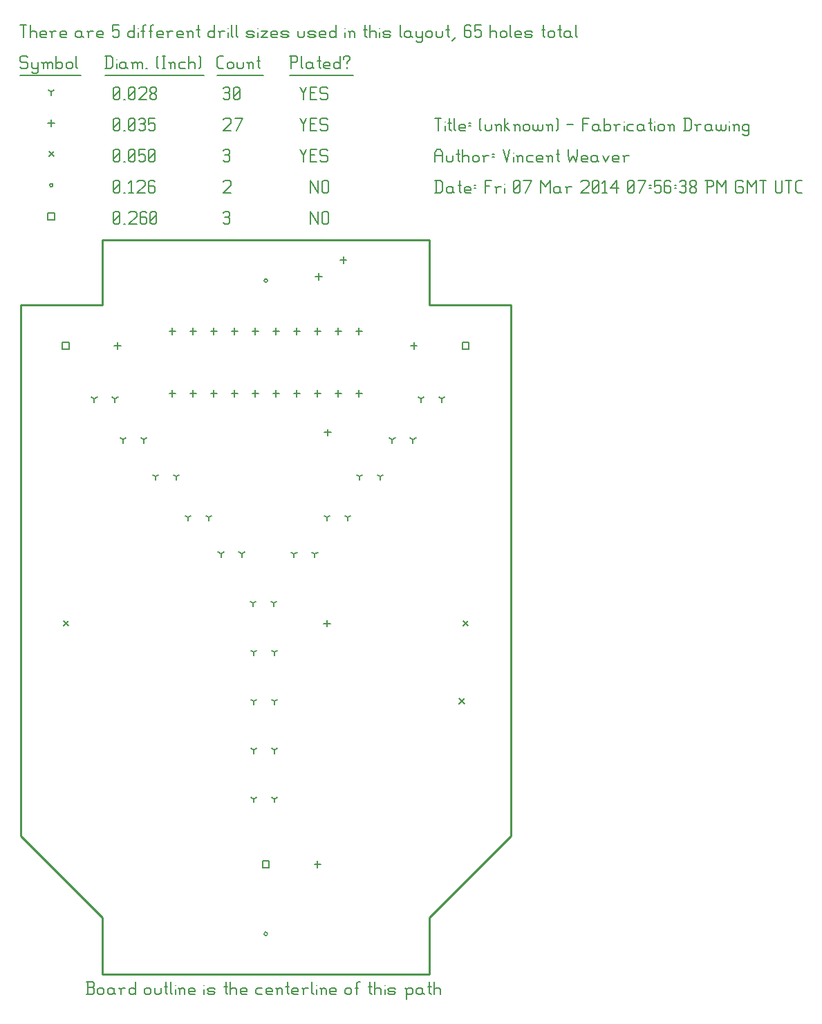
<source format=gbr>
G04 start of page 18 for group -3984 idx -3984 *
G04 Title: (unknown), fab *
G04 Creator: pcb 20110918 *
G04 CreationDate: Fri 07 Mar 2014 07:56:38 PM GMT UTC *
G04 For: vince *
G04 Format: Gerber/RS-274X *
G04 PCB-Dimensions: 236220 354331 *
G04 PCB-Coordinate-Origin: lower left *
%MOIN*%
%FSLAX25Y25*%
%LNFAB*%
%ADD104C,0.0100*%
%ADD103C,0.0075*%
%ADD102C,0.0060*%
%ADD101C,0.0080*%
G54D101*X116826Y54750D02*X120026D01*
X116826D02*Y51550D01*
X120026D01*
Y54750D02*Y51550D01*
X213227Y304763D02*X216427D01*
X213227D02*Y301563D01*
X216427D01*
Y304763D02*Y301563D01*
X20363Y304763D02*X23563D01*
X20363D02*Y301563D01*
X23563D01*
Y304763D02*Y301563D01*
X13400Y367181D02*X16600D01*
X13400D02*Y363981D01*
X16600D01*
Y367181D02*Y363981D01*
G54D102*X140000Y367831D02*Y361831D01*
Y367831D02*X143750Y361831D01*
Y367831D02*Y361831D01*
X145550Y367081D02*Y362581D01*
Y367081D02*X146300Y367831D01*
X147800D01*
X148550Y367081D01*
Y362581D01*
X147800Y361831D02*X148550Y362581D01*
X146300Y361831D02*X147800D01*
X145550Y362581D02*X146300Y361831D01*
X98000Y367081D02*X98750Y367831D01*
X100250D01*
X101000Y367081D01*
X100250Y361831D02*X101000Y362581D01*
X98750Y361831D02*X100250D01*
X98000Y362581D02*X98750Y361831D01*
Y365131D02*X100250D01*
X101000Y367081D02*Y365881D01*
Y364381D02*Y362581D01*
Y364381D02*X100250Y365131D01*
X101000Y365881D02*X100250Y365131D01*
X45000Y362581D02*X45750Y361831D01*
X45000Y367081D02*Y362581D01*
Y367081D02*X45750Y367831D01*
X47250D01*
X48000Y367081D01*
Y362581D01*
X47250Y361831D02*X48000Y362581D01*
X45750Y361831D02*X47250D01*
X45000Y363331D02*X48000Y366331D01*
X49800Y361831D02*X50550D01*
X52350Y367081D02*X53100Y367831D01*
X55350D01*
X56100Y367081D01*
Y365581D01*
X52350Y361831D02*X56100Y365581D01*
X52350Y361831D02*X56100D01*
X60150Y367831D02*X60900Y367081D01*
X58650Y367831D02*X60150D01*
X57900Y367081D02*X58650Y367831D01*
X57900Y367081D02*Y362581D01*
X58650Y361831D01*
X60150Y365131D02*X60900Y364381D01*
X57900Y365131D02*X60150D01*
X58650Y361831D02*X60150D01*
X60900Y362581D01*
Y364381D02*Y362581D01*
X62700D02*X63450Y361831D01*
X62700Y367081D02*Y362581D01*
Y367081D02*X63450Y367831D01*
X64950D01*
X65700Y367081D01*
Y362581D01*
X64950Y361831D02*X65700Y362581D01*
X63450Y361831D02*X64950D01*
X62700Y363331D02*X65700Y366331D01*
X117626Y19685D02*G75*G03X119226Y19685I800J0D01*G01*
G75*G03X117626Y19685I-800J0D01*G01*
Y334646D02*G75*G03X119226Y334646I800J0D01*G01*
G75*G03X117626Y334646I-800J0D01*G01*
X14200Y380581D02*G75*G03X15800Y380581I800J0D01*G01*
G75*G03X14200Y380581I-800J0D01*G01*
X140000Y382831D02*Y376831D01*
Y382831D02*X143750Y376831D01*
Y382831D02*Y376831D01*
X145550Y382081D02*Y377581D01*
Y382081D02*X146300Y382831D01*
X147800D01*
X148550Y382081D01*
Y377581D01*
X147800Y376831D02*X148550Y377581D01*
X146300Y376831D02*X147800D01*
X145550Y377581D02*X146300Y376831D01*
X98000Y382081D02*X98750Y382831D01*
X101000D01*
X101750Y382081D01*
Y380581D01*
X98000Y376831D02*X101750Y380581D01*
X98000Y376831D02*X101750D01*
X45000Y377581D02*X45750Y376831D01*
X45000Y382081D02*Y377581D01*
Y382081D02*X45750Y382831D01*
X47250D01*
X48000Y382081D01*
Y377581D01*
X47250Y376831D02*X48000Y377581D01*
X45750Y376831D02*X47250D01*
X45000Y378331D02*X48000Y381331D01*
X49800Y376831D02*X50550D01*
X52350Y381631D02*X53550Y382831D01*
Y376831D01*
X52350D02*X54600D01*
X56400Y382081D02*X57150Y382831D01*
X59400D01*
X60150Y382081D01*
Y380581D01*
X56400Y376831D02*X60150Y380581D01*
X56400Y376831D02*X60150D01*
X64200Y382831D02*X64950Y382081D01*
X62700Y382831D02*X64200D01*
X61950Y382081D02*X62700Y382831D01*
X61950Y382081D02*Y377581D01*
X62700Y376831D01*
X64200Y380131D02*X64950Y379381D01*
X61950Y380131D02*X64200D01*
X62700Y376831D02*X64200D01*
X64950Y377581D01*
Y379381D02*Y377581D01*
X211714Y133090D02*X214114Y130690D01*
X211714D02*X214114Y133090D01*
X213682Y170492D02*X216082Y168092D01*
X213682D02*X216082Y170492D01*
X20769D02*X23169Y168092D01*
X20769D02*X23169Y170492D01*
X13800Y396781D02*X16200Y394381D01*
X13800D02*X16200Y396781D01*
X135000Y397831D02*X136500Y394831D01*
X138000Y397831D01*
X136500Y394831D02*Y391831D01*
X139800Y395131D02*X142050D01*
X139800Y391831D02*X142800D01*
X139800Y397831D02*Y391831D01*
Y397831D02*X142800D01*
X147600D02*X148350Y397081D01*
X145350Y397831D02*X147600D01*
X144600Y397081D02*X145350Y397831D01*
X144600Y397081D02*Y395581D01*
X145350Y394831D01*
X147600D01*
X148350Y394081D01*
Y392581D01*
X147600Y391831D02*X148350Y392581D01*
X145350Y391831D02*X147600D01*
X144600Y392581D02*X145350Y391831D01*
X98000Y397081D02*X98750Y397831D01*
X100250D01*
X101000Y397081D01*
X100250Y391831D02*X101000Y392581D01*
X98750Y391831D02*X100250D01*
X98000Y392581D02*X98750Y391831D01*
Y395131D02*X100250D01*
X101000Y397081D02*Y395881D01*
Y394381D02*Y392581D01*
Y394381D02*X100250Y395131D01*
X101000Y395881D02*X100250Y395131D01*
X45000Y392581D02*X45750Y391831D01*
X45000Y397081D02*Y392581D01*
Y397081D02*X45750Y397831D01*
X47250D01*
X48000Y397081D01*
Y392581D01*
X47250Y391831D02*X48000Y392581D01*
X45750Y391831D02*X47250D01*
X45000Y393331D02*X48000Y396331D01*
X49800Y391831D02*X50550D01*
X52350Y392581D02*X53100Y391831D01*
X52350Y397081D02*Y392581D01*
Y397081D02*X53100Y397831D01*
X54600D01*
X55350Y397081D01*
Y392581D01*
X54600Y391831D02*X55350Y392581D01*
X53100Y391831D02*X54600D01*
X52350Y393331D02*X55350Y396331D01*
X57150Y397831D02*X60150D01*
X57150D02*Y394831D01*
X57900Y395581D01*
X59400D01*
X60150Y394831D01*
Y392581D01*
X59400Y391831D02*X60150Y392581D01*
X57900Y391831D02*X59400D01*
X57150Y392581D02*X57900Y391831D01*
X61950Y392581D02*X62700Y391831D01*
X61950Y397081D02*Y392581D01*
Y397081D02*X62700Y397831D01*
X64200D01*
X64950Y397081D01*
Y392581D01*
X64200Y391831D02*X64950Y392581D01*
X62700Y391831D02*X64200D01*
X61950Y393331D02*X64950Y396331D01*
X143426Y54750D02*Y51550D01*
X141826Y53150D02*X145026D01*
X73426Y281876D02*Y278676D01*
X71826Y280276D02*X75026D01*
X83426Y281876D02*Y278676D01*
X81826Y280276D02*X85026D01*
X93426Y281876D02*Y278676D01*
X91826Y280276D02*X95026D01*
X103426Y281876D02*Y278676D01*
X101826Y280276D02*X105026D01*
X113426Y281876D02*Y278676D01*
X111826Y280276D02*X115026D01*
X123426Y281876D02*Y278676D01*
X121826Y280276D02*X125026D01*
X133426Y281876D02*Y278676D01*
X131826Y280276D02*X135026D01*
X143426Y281876D02*Y278676D01*
X141826Y280276D02*X145026D01*
X153426Y281876D02*Y278676D01*
X151826Y280276D02*X155026D01*
X163426Y281876D02*Y278676D01*
X161826Y280276D02*X165026D01*
X163426Y311876D02*Y308676D01*
X161826Y310276D02*X165026D01*
X153426Y311876D02*Y308676D01*
X151826Y310276D02*X155026D01*
X143426Y311876D02*Y308676D01*
X141826Y310276D02*X145026D01*
X133426Y311876D02*Y308676D01*
X131826Y310276D02*X135026D01*
X123426Y311876D02*Y308676D01*
X121826Y310276D02*X125026D01*
X113426Y311876D02*Y308676D01*
X111826Y310276D02*X115026D01*
X103426Y311876D02*Y308676D01*
X101826Y310276D02*X105026D01*
X93426Y311876D02*Y308676D01*
X91826Y310276D02*X95026D01*
X83426Y311876D02*Y308676D01*
X81826Y310276D02*X85026D01*
X73426Y311876D02*Y308676D01*
X71826Y310276D02*X75026D01*
X189827Y304763D02*Y301563D01*
X188227Y303163D02*X191427D01*
X46963Y304763D02*Y301563D01*
X45363Y303163D02*X48563D01*
X143979Y338219D02*Y335019D01*
X142379Y336619D02*X145579D01*
X148176Y262999D02*Y259799D01*
X146576Y261399D02*X149776D01*
X147915Y170939D02*Y167739D01*
X146315Y169339D02*X149515D01*
X155787Y346091D02*Y342891D01*
X154187Y344491D02*X157387D01*
X15000Y412181D02*Y408981D01*
X13400Y410581D02*X16600D01*
X135000Y412831D02*X136500Y409831D01*
X138000Y412831D01*
X136500Y409831D02*Y406831D01*
X139800Y410131D02*X142050D01*
X139800Y406831D02*X142800D01*
X139800Y412831D02*Y406831D01*
Y412831D02*X142800D01*
X147600D02*X148350Y412081D01*
X145350Y412831D02*X147600D01*
X144600Y412081D02*X145350Y412831D01*
X144600Y412081D02*Y410581D01*
X145350Y409831D01*
X147600D01*
X148350Y409081D01*
Y407581D01*
X147600Y406831D02*X148350Y407581D01*
X145350Y406831D02*X147600D01*
X144600Y407581D02*X145350Y406831D01*
X98000Y412081D02*X98750Y412831D01*
X101000D01*
X101750Y412081D01*
Y410581D01*
X98000Y406831D02*X101750Y410581D01*
X98000Y406831D02*X101750D01*
X104300D02*X107300Y412831D01*
X103550D02*X107300D01*
X45000Y407581D02*X45750Y406831D01*
X45000Y412081D02*Y407581D01*
Y412081D02*X45750Y412831D01*
X47250D01*
X48000Y412081D01*
Y407581D01*
X47250Y406831D02*X48000Y407581D01*
X45750Y406831D02*X47250D01*
X45000Y408331D02*X48000Y411331D01*
X49800Y406831D02*X50550D01*
X52350Y407581D02*X53100Y406831D01*
X52350Y412081D02*Y407581D01*
Y412081D02*X53100Y412831D01*
X54600D01*
X55350Y412081D01*
Y407581D01*
X54600Y406831D02*X55350Y407581D01*
X53100Y406831D02*X54600D01*
X52350Y408331D02*X55350Y411331D01*
X57150Y412081D02*X57900Y412831D01*
X59400D01*
X60150Y412081D01*
X59400Y406831D02*X60150Y407581D01*
X57900Y406831D02*X59400D01*
X57150Y407581D02*X57900Y406831D01*
Y410131D02*X59400D01*
X60150Y412081D02*Y410881D01*
Y409381D02*Y407581D01*
Y409381D02*X59400Y410131D01*
X60150Y410881D02*X59400Y410131D01*
X61950Y412831D02*X64950D01*
X61950D02*Y409831D01*
X62700Y410581D01*
X64200D01*
X64950Y409831D01*
Y407581D01*
X64200Y406831D02*X64950Y407581D01*
X62700Y406831D02*X64200D01*
X61950Y407581D02*X62700Y406831D01*
X112363Y179134D02*Y177534D01*
Y179134D02*X113750Y179934D01*
X112363Y179134D02*X110976Y179934D01*
X122363Y179134D02*Y177534D01*
Y179134D02*X123750Y179934D01*
X122363Y179134D02*X120976Y179934D01*
X112520Y155512D02*Y153912D01*
Y155512D02*X113907Y156312D01*
X112520Y155512D02*X111133Y156312D01*
X122520Y155512D02*Y153912D01*
Y155512D02*X123907Y156312D01*
X122520Y155512D02*X121133Y156312D01*
X112520Y131890D02*Y130290D01*
Y131890D02*X113907Y132690D01*
X112520Y131890D02*X111133Y132690D01*
X122520Y131890D02*Y130290D01*
Y131890D02*X123907Y132690D01*
X122520Y131890D02*X121133Y132690D01*
X112520Y108268D02*Y106668D01*
Y108268D02*X113907Y109068D01*
X112520Y108268D02*X111133Y109068D01*
X122520Y108268D02*Y106668D01*
Y108268D02*X123907Y109068D01*
X122520Y108268D02*X121133Y109068D01*
X132048Y202756D02*Y201156D01*
Y202756D02*X133435Y203556D01*
X132048Y202756D02*X130661Y203556D01*
X142048Y202756D02*Y201156D01*
Y202756D02*X143435Y203556D01*
X142048Y202756D02*X140661Y203556D01*
X147915Y220507D02*Y218907D01*
Y220507D02*X149302Y221307D01*
X147915Y220507D02*X146528Y221307D01*
X157915Y220507D02*Y218907D01*
Y220507D02*X159302Y221307D01*
X157915Y220507D02*X156528Y221307D01*
X163659Y240187D02*Y238587D01*
Y240187D02*X165046Y240987D01*
X163659Y240187D02*X162272Y240987D01*
X173659Y240187D02*Y238587D01*
Y240187D02*X175046Y240987D01*
X173659Y240187D02*X172272Y240987D01*
X179403Y257899D02*Y256299D01*
Y257899D02*X180790Y258699D01*
X179403Y257899D02*X178016Y258699D01*
X189403Y257899D02*Y256299D01*
Y257899D02*X190790Y258699D01*
X189403Y257899D02*X188016Y258699D01*
X193179Y277579D02*Y275979D01*
Y277579D02*X194566Y278379D01*
X193179Y277579D02*X191792Y278379D01*
X203179Y277579D02*Y275979D01*
Y277579D02*X204566Y278379D01*
X203179Y277579D02*X201792Y278379D01*
X96772Y202914D02*Y201314D01*
Y202914D02*X98159Y203714D01*
X96772Y202914D02*X95385Y203714D01*
X106772Y202914D02*Y201314D01*
Y202914D02*X108159Y203714D01*
X106772Y202914D02*X105385Y203714D01*
X81003Y220507D02*Y218907D01*
Y220507D02*X82390Y221307D01*
X81003Y220507D02*X79616Y221307D01*
X91003Y220507D02*Y218907D01*
Y220507D02*X92390Y221307D01*
X91003Y220507D02*X89616Y221307D01*
X65259Y240187D02*Y238587D01*
Y240187D02*X66646Y240987D01*
X65259Y240187D02*X63872Y240987D01*
X75259Y240187D02*Y238587D01*
Y240187D02*X76646Y240987D01*
X75259Y240187D02*X73872Y240987D01*
X49515Y257899D02*Y256299D01*
Y257899D02*X50902Y258699D01*
X49515Y257899D02*X48128Y258699D01*
X59515Y257899D02*Y256299D01*
Y257899D02*X60902Y258699D01*
X59515Y257899D02*X58128Y258699D01*
X35739Y277579D02*Y275979D01*
Y277579D02*X37126Y278379D01*
X35739Y277579D02*X34352Y278379D01*
X45739Y277579D02*Y275979D01*
Y277579D02*X47126Y278379D01*
X45739Y277579D02*X44352Y278379D01*
X112520Y84646D02*Y83046D01*
Y84646D02*X113907Y85446D01*
X112520Y84646D02*X111133Y85446D01*
X122520Y84646D02*Y83046D01*
Y84646D02*X123907Y85446D01*
X122520Y84646D02*X121133Y85446D01*
X15000Y425581D02*Y423981D01*
Y425581D02*X16387Y426381D01*
X15000Y425581D02*X13613Y426381D01*
X135000Y427831D02*X136500Y424831D01*
X138000Y427831D01*
X136500Y424831D02*Y421831D01*
X139800Y425131D02*X142050D01*
X139800Y421831D02*X142800D01*
X139800Y427831D02*Y421831D01*
Y427831D02*X142800D01*
X147600D02*X148350Y427081D01*
X145350Y427831D02*X147600D01*
X144600Y427081D02*X145350Y427831D01*
X144600Y427081D02*Y425581D01*
X145350Y424831D01*
X147600D01*
X148350Y424081D01*
Y422581D01*
X147600Y421831D02*X148350Y422581D01*
X145350Y421831D02*X147600D01*
X144600Y422581D02*X145350Y421831D01*
X98000Y427081D02*X98750Y427831D01*
X100250D01*
X101000Y427081D01*
X100250Y421831D02*X101000Y422581D01*
X98750Y421831D02*X100250D01*
X98000Y422581D02*X98750Y421831D01*
Y425131D02*X100250D01*
X101000Y427081D02*Y425881D01*
Y424381D02*Y422581D01*
Y424381D02*X100250Y425131D01*
X101000Y425881D02*X100250Y425131D01*
X102800Y422581D02*X103550Y421831D01*
X102800Y427081D02*Y422581D01*
Y427081D02*X103550Y427831D01*
X105050D01*
X105800Y427081D01*
Y422581D01*
X105050Y421831D02*X105800Y422581D01*
X103550Y421831D02*X105050D01*
X102800Y423331D02*X105800Y426331D01*
X45000Y422581D02*X45750Y421831D01*
X45000Y427081D02*Y422581D01*
Y427081D02*X45750Y427831D01*
X47250D01*
X48000Y427081D01*
Y422581D01*
X47250Y421831D02*X48000Y422581D01*
X45750Y421831D02*X47250D01*
X45000Y423331D02*X48000Y426331D01*
X49800Y421831D02*X50550D01*
X52350Y422581D02*X53100Y421831D01*
X52350Y427081D02*Y422581D01*
Y427081D02*X53100Y427831D01*
X54600D01*
X55350Y427081D01*
Y422581D01*
X54600Y421831D02*X55350Y422581D01*
X53100Y421831D02*X54600D01*
X52350Y423331D02*X55350Y426331D01*
X57150Y427081D02*X57900Y427831D01*
X60150D01*
X60900Y427081D01*
Y425581D01*
X57150Y421831D02*X60900Y425581D01*
X57150Y421831D02*X60900D01*
X62700Y422581D02*X63450Y421831D01*
X62700Y423781D02*Y422581D01*
Y423781D02*X63750Y424831D01*
X64650D01*
X65700Y423781D01*
Y422581D01*
X64950Y421831D02*X65700Y422581D01*
X63450Y421831D02*X64950D01*
X62700Y425881D02*X63750Y424831D01*
X62700Y427081D02*Y425881D01*
Y427081D02*X63450Y427831D01*
X64950D01*
X65700Y427081D01*
Y425881D01*
X64650Y424831D02*X65700Y425881D01*
X3000Y442831D02*X3750Y442081D01*
X750Y442831D02*X3000D01*
X0Y442081D02*X750Y442831D01*
X0Y442081D02*Y440581D01*
X750Y439831D01*
X3000D01*
X3750Y439081D01*
Y437581D01*
X3000Y436831D02*X3750Y437581D01*
X750Y436831D02*X3000D01*
X0Y437581D02*X750Y436831D01*
X5550Y439831D02*Y437581D01*
X6300Y436831D01*
X8550Y439831D02*Y435331D01*
X7800Y434581D02*X8550Y435331D01*
X6300Y434581D02*X7800D01*
X5550Y435331D02*X6300Y434581D01*
Y436831D02*X7800D01*
X8550Y437581D01*
X11100Y439081D02*Y436831D01*
Y439081D02*X11850Y439831D01*
X12600D01*
X13350Y439081D01*
Y436831D01*
Y439081D02*X14100Y439831D01*
X14850D01*
X15600Y439081D01*
Y436831D01*
X10350Y439831D02*X11100Y439081D01*
X17400Y442831D02*Y436831D01*
Y437581D02*X18150Y436831D01*
X19650D01*
X20400Y437581D01*
Y439081D02*Y437581D01*
X19650Y439831D02*X20400Y439081D01*
X18150Y439831D02*X19650D01*
X17400Y439081D02*X18150Y439831D01*
X22200Y439081D02*Y437581D01*
Y439081D02*X22950Y439831D01*
X24450D01*
X25200Y439081D01*
Y437581D01*
X24450Y436831D02*X25200Y437581D01*
X22950Y436831D02*X24450D01*
X22200Y437581D02*X22950Y436831D01*
X27000Y442831D02*Y437581D01*
X27750Y436831D01*
X0Y433581D02*X29250D01*
X41750Y442831D02*Y436831D01*
X43700Y442831D02*X44750Y441781D01*
Y437881D01*
X43700Y436831D02*X44750Y437881D01*
X41000Y436831D02*X43700D01*
X41000Y442831D02*X43700D01*
G54D103*X46550Y441331D02*Y441181D01*
G54D102*Y439081D02*Y436831D01*
X50300Y439831D02*X51050Y439081D01*
X48800Y439831D02*X50300D01*
X48050Y439081D02*X48800Y439831D01*
X48050Y439081D02*Y437581D01*
X48800Y436831D01*
X51050Y439831D02*Y437581D01*
X51800Y436831D01*
X48800D02*X50300D01*
X51050Y437581D01*
X54350Y439081D02*Y436831D01*
Y439081D02*X55100Y439831D01*
X55850D01*
X56600Y439081D01*
Y436831D01*
Y439081D02*X57350Y439831D01*
X58100D01*
X58850Y439081D01*
Y436831D01*
X53600Y439831D02*X54350Y439081D01*
X60650Y436831D02*X61400D01*
X65900Y437581D02*X66650Y436831D01*
X65900Y442081D02*X66650Y442831D01*
X65900Y442081D02*Y437581D01*
X68450Y442831D02*X69950D01*
X69200D02*Y436831D01*
X68450D02*X69950D01*
X72500Y439081D02*Y436831D01*
Y439081D02*X73250Y439831D01*
X74000D01*
X74750Y439081D01*
Y436831D01*
X71750Y439831D02*X72500Y439081D01*
X77300Y439831D02*X79550D01*
X76550Y439081D02*X77300Y439831D01*
X76550Y439081D02*Y437581D01*
X77300Y436831D01*
X79550D01*
X81350Y442831D02*Y436831D01*
Y439081D02*X82100Y439831D01*
X83600D01*
X84350Y439081D01*
Y436831D01*
X86150Y442831D02*X86900Y442081D01*
Y437581D01*
X86150Y436831D02*X86900Y437581D01*
X41000Y433581D02*X88700D01*
X96050Y436831D02*X98000D01*
X95000Y437881D02*X96050Y436831D01*
X95000Y441781D02*Y437881D01*
Y441781D02*X96050Y442831D01*
X98000D01*
X99800Y439081D02*Y437581D01*
Y439081D02*X100550Y439831D01*
X102050D01*
X102800Y439081D01*
Y437581D01*
X102050Y436831D02*X102800Y437581D01*
X100550Y436831D02*X102050D01*
X99800Y437581D02*X100550Y436831D01*
X104600Y439831D02*Y437581D01*
X105350Y436831D01*
X106850D01*
X107600Y437581D01*
Y439831D02*Y437581D01*
X110150Y439081D02*Y436831D01*
Y439081D02*X110900Y439831D01*
X111650D01*
X112400Y439081D01*
Y436831D01*
X109400Y439831D02*X110150Y439081D01*
X114950Y442831D02*Y437581D01*
X115700Y436831D01*
X114200Y440581D02*X115700D01*
X95000Y433581D02*X117200D01*
X130750Y442831D02*Y436831D01*
X130000Y442831D02*X133000D01*
X133750Y442081D01*
Y440581D01*
X133000Y439831D02*X133750Y440581D01*
X130750Y439831D02*X133000D01*
X135550Y442831D02*Y437581D01*
X136300Y436831D01*
X140050Y439831D02*X140800Y439081D01*
X138550Y439831D02*X140050D01*
X137800Y439081D02*X138550Y439831D01*
X137800Y439081D02*Y437581D01*
X138550Y436831D01*
X140800Y439831D02*Y437581D01*
X141550Y436831D01*
X138550D02*X140050D01*
X140800Y437581D01*
X144100Y442831D02*Y437581D01*
X144850Y436831D01*
X143350Y440581D02*X144850D01*
X147100Y436831D02*X149350D01*
X146350Y437581D02*X147100Y436831D01*
X146350Y439081D02*Y437581D01*
Y439081D02*X147100Y439831D01*
X148600D01*
X149350Y439081D01*
X146350Y438331D02*X149350D01*
Y439081D02*Y438331D01*
X154150Y442831D02*Y436831D01*
X153400D02*X154150Y437581D01*
X151900Y436831D02*X153400D01*
X151150Y437581D02*X151900Y436831D01*
X151150Y439081D02*Y437581D01*
Y439081D02*X151900Y439831D01*
X153400D01*
X154150Y439081D01*
X157450Y439831D02*Y439081D01*
Y437581D02*Y436831D01*
X155950Y442081D02*Y441331D01*
Y442081D02*X156700Y442831D01*
X158200D01*
X158950Y442081D01*
Y441331D01*
X157450Y439831D02*X158950Y441331D01*
X130000Y433581D02*X160750D01*
X0Y457831D02*X3000D01*
X1500D02*Y451831D01*
X4800Y457831D02*Y451831D01*
Y454081D02*X5550Y454831D01*
X7050D01*
X7800Y454081D01*
Y451831D01*
X10350D02*X12600D01*
X9600Y452581D02*X10350Y451831D01*
X9600Y454081D02*Y452581D01*
Y454081D02*X10350Y454831D01*
X11850D01*
X12600Y454081D01*
X9600Y453331D02*X12600D01*
Y454081D02*Y453331D01*
X15150Y454081D02*Y451831D01*
Y454081D02*X15900Y454831D01*
X17400D01*
X14400D02*X15150Y454081D01*
X19950Y451831D02*X22200D01*
X19200Y452581D02*X19950Y451831D01*
X19200Y454081D02*Y452581D01*
Y454081D02*X19950Y454831D01*
X21450D01*
X22200Y454081D01*
X19200Y453331D02*X22200D01*
Y454081D02*Y453331D01*
X28950Y454831D02*X29700Y454081D01*
X27450Y454831D02*X28950D01*
X26700Y454081D02*X27450Y454831D01*
X26700Y454081D02*Y452581D01*
X27450Y451831D01*
X29700Y454831D02*Y452581D01*
X30450Y451831D01*
X27450D02*X28950D01*
X29700Y452581D01*
X33000Y454081D02*Y451831D01*
Y454081D02*X33750Y454831D01*
X35250D01*
X32250D02*X33000Y454081D01*
X37800Y451831D02*X40050D01*
X37050Y452581D02*X37800Y451831D01*
X37050Y454081D02*Y452581D01*
Y454081D02*X37800Y454831D01*
X39300D01*
X40050Y454081D01*
X37050Y453331D02*X40050D01*
Y454081D02*Y453331D01*
X44550Y457831D02*X47550D01*
X44550D02*Y454831D01*
X45300Y455581D01*
X46800D01*
X47550Y454831D01*
Y452581D01*
X46800Y451831D02*X47550Y452581D01*
X45300Y451831D02*X46800D01*
X44550Y452581D02*X45300Y451831D01*
X55050Y457831D02*Y451831D01*
X54300D02*X55050Y452581D01*
X52800Y451831D02*X54300D01*
X52050Y452581D02*X52800Y451831D01*
X52050Y454081D02*Y452581D01*
Y454081D02*X52800Y454831D01*
X54300D01*
X55050Y454081D01*
G54D103*X56850Y456331D02*Y456181D01*
G54D102*Y454081D02*Y451831D01*
X59100Y457081D02*Y451831D01*
Y457081D02*X59850Y457831D01*
X60600D01*
X58350Y454831D02*X59850D01*
X62850Y457081D02*Y451831D01*
Y457081D02*X63600Y457831D01*
X64350D01*
X62100Y454831D02*X63600D01*
X66600Y451831D02*X68850D01*
X65850Y452581D02*X66600Y451831D01*
X65850Y454081D02*Y452581D01*
Y454081D02*X66600Y454831D01*
X68100D01*
X68850Y454081D01*
X65850Y453331D02*X68850D01*
Y454081D02*Y453331D01*
X71400Y454081D02*Y451831D01*
Y454081D02*X72150Y454831D01*
X73650D01*
X70650D02*X71400Y454081D01*
X76200Y451831D02*X78450D01*
X75450Y452581D02*X76200Y451831D01*
X75450Y454081D02*Y452581D01*
Y454081D02*X76200Y454831D01*
X77700D01*
X78450Y454081D01*
X75450Y453331D02*X78450D01*
Y454081D02*Y453331D01*
X81000Y454081D02*Y451831D01*
Y454081D02*X81750Y454831D01*
X82500D01*
X83250Y454081D01*
Y451831D01*
X80250Y454831D02*X81000Y454081D01*
X85800Y457831D02*Y452581D01*
X86550Y451831D01*
X85050Y455581D02*X86550D01*
X93750Y457831D02*Y451831D01*
X93000D02*X93750Y452581D01*
X91500Y451831D02*X93000D01*
X90750Y452581D02*X91500Y451831D01*
X90750Y454081D02*Y452581D01*
Y454081D02*X91500Y454831D01*
X93000D01*
X93750Y454081D01*
X96300D02*Y451831D01*
Y454081D02*X97050Y454831D01*
X98550D01*
X95550D02*X96300Y454081D01*
G54D103*X100350Y456331D02*Y456181D01*
G54D102*Y454081D02*Y451831D01*
X101850Y457831D02*Y452581D01*
X102600Y451831D01*
X104100Y457831D02*Y452581D01*
X104850Y451831D01*
X109800D02*X112050D01*
X112800Y452581D01*
X112050Y453331D02*X112800Y452581D01*
X109800Y453331D02*X112050D01*
X109050Y454081D02*X109800Y453331D01*
X109050Y454081D02*X109800Y454831D01*
X112050D01*
X112800Y454081D01*
X109050Y452581D02*X109800Y451831D01*
G54D103*X114600Y456331D02*Y456181D01*
G54D102*Y454081D02*Y451831D01*
X116100Y454831D02*X119100D01*
X116100Y451831D02*X119100Y454831D01*
X116100Y451831D02*X119100D01*
X121650D02*X123900D01*
X120900Y452581D02*X121650Y451831D01*
X120900Y454081D02*Y452581D01*
Y454081D02*X121650Y454831D01*
X123150D01*
X123900Y454081D01*
X120900Y453331D02*X123900D01*
Y454081D02*Y453331D01*
X126450Y451831D02*X128700D01*
X129450Y452581D01*
X128700Y453331D02*X129450Y452581D01*
X126450Y453331D02*X128700D01*
X125700Y454081D02*X126450Y453331D01*
X125700Y454081D02*X126450Y454831D01*
X128700D01*
X129450Y454081D01*
X125700Y452581D02*X126450Y451831D01*
X133950Y454831D02*Y452581D01*
X134700Y451831D01*
X136200D01*
X136950Y452581D01*
Y454831D02*Y452581D01*
X139500Y451831D02*X141750D01*
X142500Y452581D01*
X141750Y453331D02*X142500Y452581D01*
X139500Y453331D02*X141750D01*
X138750Y454081D02*X139500Y453331D01*
X138750Y454081D02*X139500Y454831D01*
X141750D01*
X142500Y454081D01*
X138750Y452581D02*X139500Y451831D01*
X145050D02*X147300D01*
X144300Y452581D02*X145050Y451831D01*
X144300Y454081D02*Y452581D01*
Y454081D02*X145050Y454831D01*
X146550D01*
X147300Y454081D01*
X144300Y453331D02*X147300D01*
Y454081D02*Y453331D01*
X152100Y457831D02*Y451831D01*
X151350D02*X152100Y452581D01*
X149850Y451831D02*X151350D01*
X149100Y452581D02*X149850Y451831D01*
X149100Y454081D02*Y452581D01*
Y454081D02*X149850Y454831D01*
X151350D01*
X152100Y454081D01*
G54D103*X156600Y456331D02*Y456181D01*
G54D102*Y454081D02*Y451831D01*
X158850Y454081D02*Y451831D01*
Y454081D02*X159600Y454831D01*
X160350D01*
X161100Y454081D01*
Y451831D01*
X158100Y454831D02*X158850Y454081D01*
X166350Y457831D02*Y452581D01*
X167100Y451831D01*
X165600Y455581D02*X167100D01*
X168600Y457831D02*Y451831D01*
Y454081D02*X169350Y454831D01*
X170850D01*
X171600Y454081D01*
Y451831D01*
G54D103*X173400Y456331D02*Y456181D01*
G54D102*Y454081D02*Y451831D01*
X175650D02*X177900D01*
X178650Y452581D01*
X177900Y453331D02*X178650Y452581D01*
X175650Y453331D02*X177900D01*
X174900Y454081D02*X175650Y453331D01*
X174900Y454081D02*X175650Y454831D01*
X177900D01*
X178650Y454081D01*
X174900Y452581D02*X175650Y451831D01*
X183150Y457831D02*Y452581D01*
X183900Y451831D01*
X187650Y454831D02*X188400Y454081D01*
X186150Y454831D02*X187650D01*
X185400Y454081D02*X186150Y454831D01*
X185400Y454081D02*Y452581D01*
X186150Y451831D01*
X188400Y454831D02*Y452581D01*
X189150Y451831D01*
X186150D02*X187650D01*
X188400Y452581D01*
X190950Y454831D02*Y452581D01*
X191700Y451831D01*
X193950Y454831D02*Y450331D01*
X193200Y449581D02*X193950Y450331D01*
X191700Y449581D02*X193200D01*
X190950Y450331D02*X191700Y449581D01*
Y451831D02*X193200D01*
X193950Y452581D01*
X195750Y454081D02*Y452581D01*
Y454081D02*X196500Y454831D01*
X198000D01*
X198750Y454081D01*
Y452581D01*
X198000Y451831D02*X198750Y452581D01*
X196500Y451831D02*X198000D01*
X195750Y452581D02*X196500Y451831D01*
X200550Y454831D02*Y452581D01*
X201300Y451831D01*
X202800D01*
X203550Y452581D01*
Y454831D02*Y452581D01*
X206100Y457831D02*Y452581D01*
X206850Y451831D01*
X205350Y455581D02*X206850D01*
X208350Y450331D02*X209850Y451831D01*
X216600Y457831D02*X217350Y457081D01*
X215100Y457831D02*X216600D01*
X214350Y457081D02*X215100Y457831D01*
X214350Y457081D02*Y452581D01*
X215100Y451831D01*
X216600Y455131D02*X217350Y454381D01*
X214350Y455131D02*X216600D01*
X215100Y451831D02*X216600D01*
X217350Y452581D01*
Y454381D02*Y452581D01*
X219150Y457831D02*X222150D01*
X219150D02*Y454831D01*
X219900Y455581D01*
X221400D01*
X222150Y454831D01*
Y452581D01*
X221400Y451831D02*X222150Y452581D01*
X219900Y451831D02*X221400D01*
X219150Y452581D02*X219900Y451831D01*
X226650Y457831D02*Y451831D01*
Y454081D02*X227400Y454831D01*
X228900D01*
X229650Y454081D01*
Y451831D01*
X231450Y454081D02*Y452581D01*
Y454081D02*X232200Y454831D01*
X233700D01*
X234450Y454081D01*
Y452581D01*
X233700Y451831D02*X234450Y452581D01*
X232200Y451831D02*X233700D01*
X231450Y452581D02*X232200Y451831D01*
X236250Y457831D02*Y452581D01*
X237000Y451831D01*
X239250D02*X241500D01*
X238500Y452581D02*X239250Y451831D01*
X238500Y454081D02*Y452581D01*
Y454081D02*X239250Y454831D01*
X240750D01*
X241500Y454081D01*
X238500Y453331D02*X241500D01*
Y454081D02*Y453331D01*
X244050Y451831D02*X246300D01*
X247050Y452581D01*
X246300Y453331D02*X247050Y452581D01*
X244050Y453331D02*X246300D01*
X243300Y454081D02*X244050Y453331D01*
X243300Y454081D02*X244050Y454831D01*
X246300D01*
X247050Y454081D01*
X243300Y452581D02*X244050Y451831D01*
X252300Y457831D02*Y452581D01*
X253050Y451831D01*
X251550Y455581D02*X253050D01*
X254550Y454081D02*Y452581D01*
Y454081D02*X255300Y454831D01*
X256800D01*
X257550Y454081D01*
Y452581D01*
X256800Y451831D02*X257550Y452581D01*
X255300Y451831D02*X256800D01*
X254550Y452581D02*X255300Y451831D01*
X260100Y457831D02*Y452581D01*
X260850Y451831D01*
X259350Y455581D02*X260850D01*
X264600Y454831D02*X265350Y454081D01*
X263100Y454831D02*X264600D01*
X262350Y454081D02*X263100Y454831D01*
X262350Y454081D02*Y452581D01*
X263100Y451831D01*
X265350Y454831D02*Y452581D01*
X266100Y451831D01*
X263100D02*X264600D01*
X265350Y452581D01*
X267900Y457831D02*Y452581D01*
X268650Y451831D01*
G54D104*X315Y322843D02*X39675D01*
Y354331D01*
X197115D02*Y322843D01*
X236475D01*
X197115Y91D02*Y27643D01*
X236475Y67003D01*
X39675Y91D02*Y27643D01*
X315Y67003D01*
X39675Y91D02*X197115D01*
X236475Y67003D02*Y322843D01*
X197115Y354331D02*X39675D01*
X315Y322843D02*Y67003D01*
G54D102*X31785Y-9500D02*X34785D01*
X35535Y-8750D01*
Y-6950D02*Y-8750D01*
X34785Y-6200D02*X35535Y-6950D01*
X32535Y-6200D02*X34785D01*
X32535Y-3500D02*Y-9500D01*
X31785Y-3500D02*X34785D01*
X35535Y-4250D01*
Y-5450D01*
X34785Y-6200D02*X35535Y-5450D01*
X37335Y-7250D02*Y-8750D01*
Y-7250D02*X38085Y-6500D01*
X39585D01*
X40335Y-7250D01*
Y-8750D01*
X39585Y-9500D02*X40335Y-8750D01*
X38085Y-9500D02*X39585D01*
X37335Y-8750D02*X38085Y-9500D01*
X44385Y-6500D02*X45135Y-7250D01*
X42885Y-6500D02*X44385D01*
X42135Y-7250D02*X42885Y-6500D01*
X42135Y-7250D02*Y-8750D01*
X42885Y-9500D01*
X45135Y-6500D02*Y-8750D01*
X45885Y-9500D01*
X42885D02*X44385D01*
X45135Y-8750D01*
X48435Y-7250D02*Y-9500D01*
Y-7250D02*X49185Y-6500D01*
X50685D01*
X47685D02*X48435Y-7250D01*
X55485Y-3500D02*Y-9500D01*
X54735D02*X55485Y-8750D01*
X53235Y-9500D02*X54735D01*
X52485Y-8750D02*X53235Y-9500D01*
X52485Y-7250D02*Y-8750D01*
Y-7250D02*X53235Y-6500D01*
X54735D01*
X55485Y-7250D01*
X59985D02*Y-8750D01*
Y-7250D02*X60735Y-6500D01*
X62235D01*
X62985Y-7250D01*
Y-8750D01*
X62235Y-9500D02*X62985Y-8750D01*
X60735Y-9500D02*X62235D01*
X59985Y-8750D02*X60735Y-9500D01*
X64785Y-6500D02*Y-8750D01*
X65535Y-9500D01*
X67035D01*
X67785Y-8750D01*
Y-6500D02*Y-8750D01*
X70335Y-3500D02*Y-8750D01*
X71085Y-9500D01*
X69585Y-5750D02*X71085D01*
X72585Y-3500D02*Y-8750D01*
X73335Y-9500D01*
G54D103*X74835Y-5000D02*Y-5150D01*
G54D102*Y-7250D02*Y-9500D01*
X77085Y-7250D02*Y-9500D01*
Y-7250D02*X77835Y-6500D01*
X78585D01*
X79335Y-7250D01*
Y-9500D01*
X76335Y-6500D02*X77085Y-7250D01*
X81885Y-9500D02*X84135D01*
X81135Y-8750D02*X81885Y-9500D01*
X81135Y-7250D02*Y-8750D01*
Y-7250D02*X81885Y-6500D01*
X83385D01*
X84135Y-7250D01*
X81135Y-8000D02*X84135D01*
Y-7250D02*Y-8000D01*
G54D103*X88635Y-5000D02*Y-5150D01*
G54D102*Y-7250D02*Y-9500D01*
X90885D02*X93135D01*
X93885Y-8750D01*
X93135Y-8000D02*X93885Y-8750D01*
X90885Y-8000D02*X93135D01*
X90135Y-7250D02*X90885Y-8000D01*
X90135Y-7250D02*X90885Y-6500D01*
X93135D01*
X93885Y-7250D01*
X90135Y-8750D02*X90885Y-9500D01*
X99135Y-3500D02*Y-8750D01*
X99885Y-9500D01*
X98385Y-5750D02*X99885D01*
X101385Y-3500D02*Y-9500D01*
Y-7250D02*X102135Y-6500D01*
X103635D01*
X104385Y-7250D01*
Y-9500D01*
X106935D02*X109185D01*
X106185Y-8750D02*X106935Y-9500D01*
X106185Y-7250D02*Y-8750D01*
Y-7250D02*X106935Y-6500D01*
X108435D01*
X109185Y-7250D01*
X106185Y-8000D02*X109185D01*
Y-7250D02*Y-8000D01*
X114435Y-6500D02*X116685D01*
X113685Y-7250D02*X114435Y-6500D01*
X113685Y-7250D02*Y-8750D01*
X114435Y-9500D01*
X116685D01*
X119235D02*X121485D01*
X118485Y-8750D02*X119235Y-9500D01*
X118485Y-7250D02*Y-8750D01*
Y-7250D02*X119235Y-6500D01*
X120735D01*
X121485Y-7250D01*
X118485Y-8000D02*X121485D01*
Y-7250D02*Y-8000D01*
X124035Y-7250D02*Y-9500D01*
Y-7250D02*X124785Y-6500D01*
X125535D01*
X126285Y-7250D01*
Y-9500D01*
X123285Y-6500D02*X124035Y-7250D01*
X128835Y-3500D02*Y-8750D01*
X129585Y-9500D01*
X128085Y-5750D02*X129585D01*
X131835Y-9500D02*X134085D01*
X131085Y-8750D02*X131835Y-9500D01*
X131085Y-7250D02*Y-8750D01*
Y-7250D02*X131835Y-6500D01*
X133335D01*
X134085Y-7250D01*
X131085Y-8000D02*X134085D01*
Y-7250D02*Y-8000D01*
X136635Y-7250D02*Y-9500D01*
Y-7250D02*X137385Y-6500D01*
X138885D01*
X135885D02*X136635Y-7250D01*
X140685Y-3500D02*Y-8750D01*
X141435Y-9500D01*
G54D103*X142935Y-5000D02*Y-5150D01*
G54D102*Y-7250D02*Y-9500D01*
X145185Y-7250D02*Y-9500D01*
Y-7250D02*X145935Y-6500D01*
X146685D01*
X147435Y-7250D01*
Y-9500D01*
X144435Y-6500D02*X145185Y-7250D01*
X149985Y-9500D02*X152235D01*
X149235Y-8750D02*X149985Y-9500D01*
X149235Y-7250D02*Y-8750D01*
Y-7250D02*X149985Y-6500D01*
X151485D01*
X152235Y-7250D01*
X149235Y-8000D02*X152235D01*
Y-7250D02*Y-8000D01*
X156735Y-7250D02*Y-8750D01*
Y-7250D02*X157485Y-6500D01*
X158985D01*
X159735Y-7250D01*
Y-8750D01*
X158985Y-9500D02*X159735Y-8750D01*
X157485Y-9500D02*X158985D01*
X156735Y-8750D02*X157485Y-9500D01*
X162285Y-4250D02*Y-9500D01*
Y-4250D02*X163035Y-3500D01*
X163785D01*
X161535Y-6500D02*X163035D01*
X168735Y-3500D02*Y-8750D01*
X169485Y-9500D01*
X167985Y-5750D02*X169485D01*
X170985Y-3500D02*Y-9500D01*
Y-7250D02*X171735Y-6500D01*
X173235D01*
X173985Y-7250D01*
Y-9500D01*
G54D103*X175785Y-5000D02*Y-5150D01*
G54D102*Y-7250D02*Y-9500D01*
X178035D02*X180285D01*
X181035Y-8750D01*
X180285Y-8000D02*X181035Y-8750D01*
X178035Y-8000D02*X180285D01*
X177285Y-7250D02*X178035Y-8000D01*
X177285Y-7250D02*X178035Y-6500D01*
X180285D01*
X181035Y-7250D01*
X177285Y-8750D02*X178035Y-9500D01*
X186285Y-7250D02*Y-11750D01*
X185535Y-6500D02*X186285Y-7250D01*
X187035Y-6500D01*
X188535D01*
X189285Y-7250D01*
Y-8750D01*
X188535Y-9500D02*X189285Y-8750D01*
X187035Y-9500D02*X188535D01*
X186285Y-8750D02*X187035Y-9500D01*
X193335Y-6500D02*X194085Y-7250D01*
X191835Y-6500D02*X193335D01*
X191085Y-7250D02*X191835Y-6500D01*
X191085Y-7250D02*Y-8750D01*
X191835Y-9500D01*
X194085Y-6500D02*Y-8750D01*
X194835Y-9500D01*
X191835D02*X193335D01*
X194085Y-8750D01*
X197385Y-3500D02*Y-8750D01*
X198135Y-9500D01*
X196635Y-5750D02*X198135D01*
X199635Y-3500D02*Y-9500D01*
Y-7250D02*X200385Y-6500D01*
X201885D01*
X202635Y-7250D01*
Y-9500D01*
X200750Y382831D02*Y376831D01*
X202700Y382831D02*X203750Y381781D01*
Y377881D01*
X202700Y376831D02*X203750Y377881D01*
X200000Y376831D02*X202700D01*
X200000Y382831D02*X202700D01*
X207800Y379831D02*X208550Y379081D01*
X206300Y379831D02*X207800D01*
X205550Y379081D02*X206300Y379831D01*
X205550Y379081D02*Y377581D01*
X206300Y376831D01*
X208550Y379831D02*Y377581D01*
X209300Y376831D01*
X206300D02*X207800D01*
X208550Y377581D01*
X211850Y382831D02*Y377581D01*
X212600Y376831D01*
X211100Y380581D02*X212600D01*
X214850Y376831D02*X217100D01*
X214100Y377581D02*X214850Y376831D01*
X214100Y379081D02*Y377581D01*
Y379081D02*X214850Y379831D01*
X216350D01*
X217100Y379081D01*
X214100Y378331D02*X217100D01*
Y379081D02*Y378331D01*
X218900Y380581D02*X219650D01*
X218900Y379081D02*X219650D01*
X224150Y382831D02*Y376831D01*
Y382831D02*X227150D01*
X224150Y380131D02*X226400D01*
X229700Y379081D02*Y376831D01*
Y379081D02*X230450Y379831D01*
X231950D01*
X228950D02*X229700Y379081D01*
G54D103*X233750Y381331D02*Y381181D01*
G54D102*Y379081D02*Y376831D01*
X237950Y377581D02*X238700Y376831D01*
X237950Y382081D02*Y377581D01*
Y382081D02*X238700Y382831D01*
X240200D01*
X240950Y382081D01*
Y377581D01*
X240200Y376831D02*X240950Y377581D01*
X238700Y376831D02*X240200D01*
X237950Y378331D02*X240950Y381331D01*
X243500Y376831D02*X246500Y382831D01*
X242750D02*X246500D01*
X251000D02*Y376831D01*
Y382831D02*X253250Y379831D01*
X255500Y382831D01*
Y376831D01*
X259550Y379831D02*X260300Y379081D01*
X258050Y379831D02*X259550D01*
X257300Y379081D02*X258050Y379831D01*
X257300Y379081D02*Y377581D01*
X258050Y376831D01*
X260300Y379831D02*Y377581D01*
X261050Y376831D01*
X258050D02*X259550D01*
X260300Y377581D01*
X263600Y379081D02*Y376831D01*
Y379081D02*X264350Y379831D01*
X265850D01*
X262850D02*X263600Y379081D01*
X270350Y382081D02*X271100Y382831D01*
X273350D01*
X274100Y382081D01*
Y380581D01*
X270350Y376831D02*X274100Y380581D01*
X270350Y376831D02*X274100D01*
X275900Y377581D02*X276650Y376831D01*
X275900Y382081D02*Y377581D01*
Y382081D02*X276650Y382831D01*
X278150D01*
X278900Y382081D01*
Y377581D01*
X278150Y376831D02*X278900Y377581D01*
X276650Y376831D02*X278150D01*
X275900Y378331D02*X278900Y381331D01*
X280700Y381631D02*X281900Y382831D01*
Y376831D01*
X280700D02*X282950D01*
X284750Y379081D02*X287750Y382831D01*
X284750Y379081D02*X288500D01*
X287750Y382831D02*Y376831D01*
X293000Y377581D02*X293750Y376831D01*
X293000Y382081D02*Y377581D01*
Y382081D02*X293750Y382831D01*
X295250D01*
X296000Y382081D01*
Y377581D01*
X295250Y376831D02*X296000Y377581D01*
X293750Y376831D02*X295250D01*
X293000Y378331D02*X296000Y381331D01*
X298550Y376831D02*X301550Y382831D01*
X297800D02*X301550D01*
X303350Y380581D02*X304100D01*
X303350Y379081D02*X304100D01*
X305900Y382831D02*X308900D01*
X305900D02*Y379831D01*
X306650Y380581D01*
X308150D01*
X308900Y379831D01*
Y377581D01*
X308150Y376831D02*X308900Y377581D01*
X306650Y376831D02*X308150D01*
X305900Y377581D02*X306650Y376831D01*
X312950Y382831D02*X313700Y382081D01*
X311450Y382831D02*X312950D01*
X310700Y382081D02*X311450Y382831D01*
X310700Y382081D02*Y377581D01*
X311450Y376831D01*
X312950Y380131D02*X313700Y379381D01*
X310700Y380131D02*X312950D01*
X311450Y376831D02*X312950D01*
X313700Y377581D01*
Y379381D02*Y377581D01*
X315500Y380581D02*X316250D01*
X315500Y379081D02*X316250D01*
X318050Y382081D02*X318800Y382831D01*
X320300D01*
X321050Y382081D01*
X320300Y376831D02*X321050Y377581D01*
X318800Y376831D02*X320300D01*
X318050Y377581D02*X318800Y376831D01*
Y380131D02*X320300D01*
X321050Y382081D02*Y380881D01*
Y379381D02*Y377581D01*
Y379381D02*X320300Y380131D01*
X321050Y380881D02*X320300Y380131D01*
X322850Y377581D02*X323600Y376831D01*
X322850Y378781D02*Y377581D01*
Y378781D02*X323900Y379831D01*
X324800D01*
X325850Y378781D01*
Y377581D01*
X325100Y376831D02*X325850Y377581D01*
X323600Y376831D02*X325100D01*
X322850Y380881D02*X323900Y379831D01*
X322850Y382081D02*Y380881D01*
Y382081D02*X323600Y382831D01*
X325100D01*
X325850Y382081D01*
Y380881D01*
X324800Y379831D02*X325850Y380881D01*
X331100Y382831D02*Y376831D01*
X330350Y382831D02*X333350D01*
X334100Y382081D01*
Y380581D01*
X333350Y379831D02*X334100Y380581D01*
X331100Y379831D02*X333350D01*
X335900Y382831D02*Y376831D01*
Y382831D02*X338150Y379831D01*
X340400Y382831D01*
Y376831D01*
X347900Y382831D02*X348650Y382081D01*
X345650Y382831D02*X347900D01*
X344900Y382081D02*X345650Y382831D01*
X344900Y382081D02*Y377581D01*
X345650Y376831D01*
X347900D01*
X348650Y377581D01*
Y379081D02*Y377581D01*
X347900Y379831D02*X348650Y379081D01*
X346400Y379831D02*X347900D01*
X350450Y382831D02*Y376831D01*
Y382831D02*X352700Y379831D01*
X354950Y382831D01*
Y376831D01*
X356750Y382831D02*X359750D01*
X358250D02*Y376831D01*
X364250Y382831D02*Y377581D01*
X365000Y376831D01*
X366500D01*
X367250Y377581D01*
Y382831D02*Y377581D01*
X369050Y382831D02*X372050D01*
X370550D02*Y376831D01*
X374900D02*X376850D01*
X373850Y377881D02*X374900Y376831D01*
X373850Y381781D02*Y377881D01*
Y381781D02*X374900Y382831D01*
X376850D01*
X200000Y396331D02*Y391831D01*
Y396331D02*X201050Y397831D01*
X202700D01*
X203750Y396331D01*
Y391831D01*
X200000Y394831D02*X203750D01*
X205550D02*Y392581D01*
X206300Y391831D01*
X207800D01*
X208550Y392581D01*
Y394831D02*Y392581D01*
X211100Y397831D02*Y392581D01*
X211850Y391831D01*
X210350Y395581D02*X211850D01*
X213350Y397831D02*Y391831D01*
Y394081D02*X214100Y394831D01*
X215600D01*
X216350Y394081D01*
Y391831D01*
X218150Y394081D02*Y392581D01*
Y394081D02*X218900Y394831D01*
X220400D01*
X221150Y394081D01*
Y392581D01*
X220400Y391831D02*X221150Y392581D01*
X218900Y391831D02*X220400D01*
X218150Y392581D02*X218900Y391831D01*
X223700Y394081D02*Y391831D01*
Y394081D02*X224450Y394831D01*
X225950D01*
X222950D02*X223700Y394081D01*
X227750Y395581D02*X228500D01*
X227750Y394081D02*X228500D01*
X233000Y397831D02*X234500Y391831D01*
X236000Y397831D01*
G54D103*X237800Y396331D02*Y396181D01*
G54D102*Y394081D02*Y391831D01*
X240050Y394081D02*Y391831D01*
Y394081D02*X240800Y394831D01*
X241550D01*
X242300Y394081D01*
Y391831D01*
X239300Y394831D02*X240050Y394081D01*
X244850Y394831D02*X247100D01*
X244100Y394081D02*X244850Y394831D01*
X244100Y394081D02*Y392581D01*
X244850Y391831D01*
X247100D01*
X249650D02*X251900D01*
X248900Y392581D02*X249650Y391831D01*
X248900Y394081D02*Y392581D01*
Y394081D02*X249650Y394831D01*
X251150D01*
X251900Y394081D01*
X248900Y393331D02*X251900D01*
Y394081D02*Y393331D01*
X254450Y394081D02*Y391831D01*
Y394081D02*X255200Y394831D01*
X255950D01*
X256700Y394081D01*
Y391831D01*
X253700Y394831D02*X254450Y394081D01*
X259250Y397831D02*Y392581D01*
X260000Y391831D01*
X258500Y395581D02*X260000D01*
X264200Y397831D02*Y394831D01*
X264950Y391831D01*
X266450Y394831D01*
X267950Y391831D01*
X268700Y394831D01*
Y397831D02*Y394831D01*
X271250Y391831D02*X273500D01*
X270500Y392581D02*X271250Y391831D01*
X270500Y394081D02*Y392581D01*
Y394081D02*X271250Y394831D01*
X272750D01*
X273500Y394081D01*
X270500Y393331D02*X273500D01*
Y394081D02*Y393331D01*
X277550Y394831D02*X278300Y394081D01*
X276050Y394831D02*X277550D01*
X275300Y394081D02*X276050Y394831D01*
X275300Y394081D02*Y392581D01*
X276050Y391831D01*
X278300Y394831D02*Y392581D01*
X279050Y391831D01*
X276050D02*X277550D01*
X278300Y392581D01*
X280850Y394831D02*X282350Y391831D01*
X283850Y394831D02*X282350Y391831D01*
X286400D02*X288650D01*
X285650Y392581D02*X286400Y391831D01*
X285650Y394081D02*Y392581D01*
Y394081D02*X286400Y394831D01*
X287900D01*
X288650Y394081D01*
X285650Y393331D02*X288650D01*
Y394081D02*Y393331D01*
X291200Y394081D02*Y391831D01*
Y394081D02*X291950Y394831D01*
X293450D01*
X290450D02*X291200Y394081D01*
X200000Y412831D02*X203000D01*
X201500D02*Y406831D01*
G54D103*X204800Y411331D02*Y411181D01*
G54D102*Y409081D02*Y406831D01*
X207050Y412831D02*Y407581D01*
X207800Y406831D01*
X206300Y410581D02*X207800D01*
X209300Y412831D02*Y407581D01*
X210050Y406831D01*
X212300D02*X214550D01*
X211550Y407581D02*X212300Y406831D01*
X211550Y409081D02*Y407581D01*
Y409081D02*X212300Y409831D01*
X213800D01*
X214550Y409081D01*
X211550Y408331D02*X214550D01*
Y409081D02*Y408331D01*
X216350Y410581D02*X217100D01*
X216350Y409081D02*X217100D01*
X221600Y407581D02*X222350Y406831D01*
X221600Y412081D02*X222350Y412831D01*
X221600Y412081D02*Y407581D01*
X224150Y409831D02*Y407581D01*
X224900Y406831D01*
X226400D01*
X227150Y407581D01*
Y409831D02*Y407581D01*
X229700Y409081D02*Y406831D01*
Y409081D02*X230450Y409831D01*
X231200D01*
X231950Y409081D01*
Y406831D01*
X228950Y409831D02*X229700Y409081D01*
X233750Y412831D02*Y406831D01*
Y409081D02*X236000Y406831D01*
X233750Y409081D02*X235250Y410581D01*
X238550Y409081D02*Y406831D01*
Y409081D02*X239300Y409831D01*
X240050D01*
X240800Y409081D01*
Y406831D01*
X237800Y409831D02*X238550Y409081D01*
X242600D02*Y407581D01*
Y409081D02*X243350Y409831D01*
X244850D01*
X245600Y409081D01*
Y407581D01*
X244850Y406831D02*X245600Y407581D01*
X243350Y406831D02*X244850D01*
X242600Y407581D02*X243350Y406831D01*
X247400Y409831D02*Y407581D01*
X248150Y406831D01*
X248900D01*
X249650Y407581D01*
Y409831D02*Y407581D01*
X250400Y406831D01*
X251150D01*
X251900Y407581D01*
Y409831D02*Y407581D01*
X254450Y409081D02*Y406831D01*
Y409081D02*X255200Y409831D01*
X255950D01*
X256700Y409081D01*
Y406831D01*
X253700Y409831D02*X254450Y409081D01*
X258500Y412831D02*X259250Y412081D01*
Y407581D01*
X258500Y406831D02*X259250Y407581D01*
X263750Y409831D02*X266750D01*
X271250Y412831D02*Y406831D01*
Y412831D02*X274250D01*
X271250Y410131D02*X273500D01*
X278300Y409831D02*X279050Y409081D01*
X276800Y409831D02*X278300D01*
X276050Y409081D02*X276800Y409831D01*
X276050Y409081D02*Y407581D01*
X276800Y406831D01*
X279050Y409831D02*Y407581D01*
X279800Y406831D01*
X276800D02*X278300D01*
X279050Y407581D01*
X281600Y412831D02*Y406831D01*
Y407581D02*X282350Y406831D01*
X283850D01*
X284600Y407581D01*
Y409081D02*Y407581D01*
X283850Y409831D02*X284600Y409081D01*
X282350Y409831D02*X283850D01*
X281600Y409081D02*X282350Y409831D01*
X287150Y409081D02*Y406831D01*
Y409081D02*X287900Y409831D01*
X289400D01*
X286400D02*X287150Y409081D01*
G54D103*X291200Y411331D02*Y411181D01*
G54D102*Y409081D02*Y406831D01*
X293450Y409831D02*X295700D01*
X292700Y409081D02*X293450Y409831D01*
X292700Y409081D02*Y407581D01*
X293450Y406831D01*
X295700D01*
X299750Y409831D02*X300500Y409081D01*
X298250Y409831D02*X299750D01*
X297500Y409081D02*X298250Y409831D01*
X297500Y409081D02*Y407581D01*
X298250Y406831D01*
X300500Y409831D02*Y407581D01*
X301250Y406831D01*
X298250D02*X299750D01*
X300500Y407581D01*
X303800Y412831D02*Y407581D01*
X304550Y406831D01*
X303050Y410581D02*X304550D01*
G54D103*X306050Y411331D02*Y411181D01*
G54D102*Y409081D02*Y406831D01*
X307550Y409081D02*Y407581D01*
Y409081D02*X308300Y409831D01*
X309800D01*
X310550Y409081D01*
Y407581D01*
X309800Y406831D02*X310550Y407581D01*
X308300Y406831D02*X309800D01*
X307550Y407581D02*X308300Y406831D01*
X313100Y409081D02*Y406831D01*
Y409081D02*X313850Y409831D01*
X314600D01*
X315350Y409081D01*
Y406831D01*
X312350Y409831D02*X313100Y409081D01*
X320600Y412831D02*Y406831D01*
X322550Y412831D02*X323600Y411781D01*
Y407881D01*
X322550Y406831D02*X323600Y407881D01*
X319850Y406831D02*X322550D01*
X319850Y412831D02*X322550D01*
X326150Y409081D02*Y406831D01*
Y409081D02*X326900Y409831D01*
X328400D01*
X325400D02*X326150Y409081D01*
X332450Y409831D02*X333200Y409081D01*
X330950Y409831D02*X332450D01*
X330200Y409081D02*X330950Y409831D01*
X330200Y409081D02*Y407581D01*
X330950Y406831D01*
X333200Y409831D02*Y407581D01*
X333950Y406831D01*
X330950D02*X332450D01*
X333200Y407581D01*
X335750Y409831D02*Y407581D01*
X336500Y406831D01*
X337250D01*
X338000Y407581D01*
Y409831D02*Y407581D01*
X338750Y406831D01*
X339500D01*
X340250Y407581D01*
Y409831D02*Y407581D01*
G54D103*X342050Y411331D02*Y411181D01*
G54D102*Y409081D02*Y406831D01*
X344300Y409081D02*Y406831D01*
Y409081D02*X345050Y409831D01*
X345800D01*
X346550Y409081D01*
Y406831D01*
X343550Y409831D02*X344300Y409081D01*
X350600Y409831D02*X351350Y409081D01*
X349100Y409831D02*X350600D01*
X348350Y409081D02*X349100Y409831D01*
X348350Y409081D02*Y407581D01*
X349100Y406831D01*
X350600D01*
X351350Y407581D01*
X348350Y405331D02*X349100Y404581D01*
X350600D01*
X351350Y405331D01*
Y409831D02*Y405331D01*
M02*

</source>
